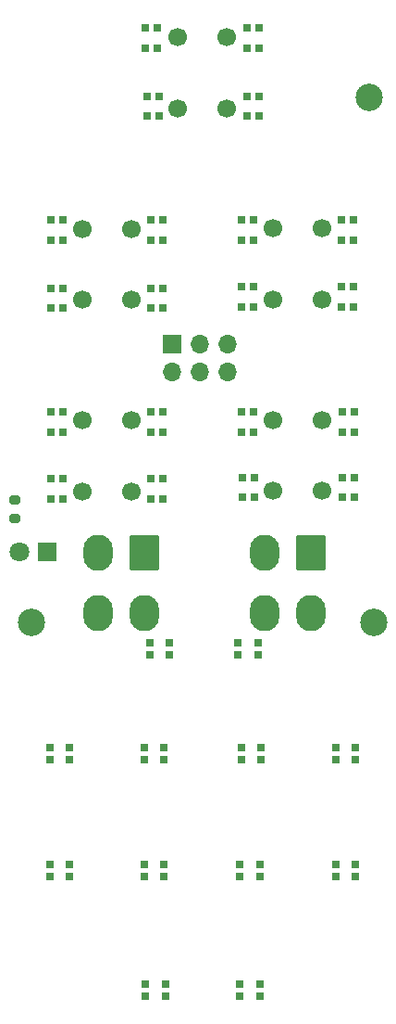
<source format=gbr>
%TF.GenerationSoftware,KiCad,Pcbnew,(6.0.9)*%
%TF.CreationDate,2023-01-27T20:48:09-09:00*%
%TF.ProjectId,JETT STATION SELECT,4a455454-2053-4544-9154-494f4e205345,rev?*%
%TF.SameCoordinates,Original*%
%TF.FileFunction,Soldermask,Top*%
%TF.FilePolarity,Negative*%
%FSLAX46Y46*%
G04 Gerber Fmt 4.6, Leading zero omitted, Abs format (unit mm)*
G04 Created by KiCad (PCBNEW (6.0.9)) date 2023-01-27 20:48:09*
%MOMM*%
%LPD*%
G01*
G04 APERTURE LIST*
G04 Aperture macros list*
%AMRoundRect*
0 Rectangle with rounded corners*
0 $1 Rounding radius*
0 $2 $3 $4 $5 $6 $7 $8 $9 X,Y pos of 4 corners*
0 Add a 4 corners polygon primitive as box body*
4,1,4,$2,$3,$4,$5,$6,$7,$8,$9,$2,$3,0*
0 Add four circle primitives for the rounded corners*
1,1,$1+$1,$2,$3*
1,1,$1+$1,$4,$5*
1,1,$1+$1,$6,$7*
1,1,$1+$1,$8,$9*
0 Add four rect primitives between the rounded corners*
20,1,$1+$1,$2,$3,$4,$5,0*
20,1,$1+$1,$4,$5,$6,$7,0*
20,1,$1+$1,$6,$7,$8,$9,0*
20,1,$1+$1,$8,$9,$2,$3,0*%
G04 Aperture macros list end*
%ADD10RoundRect,0.250001X1.099999X1.399999X-1.099999X1.399999X-1.099999X-1.399999X1.099999X-1.399999X0*%
%ADD11O,2.700000X3.300000*%
%ADD12R,1.800000X1.800000*%
%ADD13C,1.800000*%
%ADD14RoundRect,0.200000X0.275000X-0.200000X0.275000X0.200000X-0.275000X0.200000X-0.275000X-0.200000X0*%
%ADD15R,0.700000X0.700000*%
%ADD16C,1.700000*%
%ADD17O,1.700000X1.700000*%
%ADD18R,1.700000X1.700000*%
%ADD19C,2.500000*%
G04 APERTURE END LIST*
D10*
%TO.C,J2*%
X145113375Y-103346249D03*
D11*
X140913375Y-103346249D03*
X145113375Y-108846249D03*
X140913375Y-108846249D03*
%TD*%
D10*
%TO.C,J1*%
X160353375Y-103346249D03*
D11*
X156153375Y-103346249D03*
X160353375Y-108846249D03*
X156153375Y-108846249D03*
%TD*%
D12*
%TO.C,D1*%
X136223375Y-103282749D03*
D13*
X133683375Y-103282749D03*
%TD*%
D14*
%TO.C,R1*%
X133238875Y-100170749D03*
X133238875Y-98520749D03*
%TD*%
D15*
%TO.C,D33*%
X145595375Y-111559249D03*
X145595375Y-112659249D03*
X147425375Y-112659249D03*
X147425375Y-111559249D03*
%TD*%
%TO.C,D32*%
X145214375Y-142674249D03*
X145214375Y-143774249D03*
X147044375Y-143774249D03*
X147044375Y-142674249D03*
%TD*%
%TO.C,D31*%
X153850375Y-142674249D03*
X153850375Y-143774249D03*
X155680375Y-143774249D03*
X155680375Y-142674249D03*
%TD*%
%TO.C,D30*%
X164443375Y-132852249D03*
X164443375Y-131752249D03*
X162613375Y-131752249D03*
X162613375Y-132852249D03*
%TD*%
%TO.C,D29*%
X155680375Y-132852249D03*
X155680375Y-131752249D03*
X153850375Y-131752249D03*
X153850375Y-132852249D03*
%TD*%
%TO.C,D28*%
X146917375Y-132852249D03*
X146917375Y-131752249D03*
X145087375Y-131752249D03*
X145087375Y-132852249D03*
%TD*%
%TO.C,D27*%
X138281375Y-132852249D03*
X138281375Y-131752249D03*
X136451375Y-131752249D03*
X136451375Y-132852249D03*
%TD*%
%TO.C,D26*%
X136451375Y-121084249D03*
X136451375Y-122184249D03*
X138281375Y-122184249D03*
X138281375Y-121084249D03*
%TD*%
%TO.C,D25*%
X145087375Y-121084249D03*
X145087375Y-122184249D03*
X146917375Y-122184249D03*
X146917375Y-121084249D03*
%TD*%
%TO.C,D24*%
X153977375Y-121084249D03*
X153977375Y-122184249D03*
X155807375Y-122184249D03*
X155807375Y-121084249D03*
%TD*%
%TO.C,D23*%
X162613375Y-121084249D03*
X162613375Y-122184249D03*
X164443375Y-122184249D03*
X164443375Y-121084249D03*
%TD*%
%TO.C,D22*%
X155483375Y-112626249D03*
X155483375Y-111526249D03*
X153653375Y-111526249D03*
X153653375Y-112626249D03*
%TD*%
%TO.C,D21*%
X146806375Y-90493249D03*
X145706375Y-90493249D03*
X145706375Y-92323249D03*
X146806375Y-92323249D03*
%TD*%
%TO.C,D20*%
X146806375Y-96589249D03*
X145706375Y-96589249D03*
X145706375Y-98419249D03*
X146806375Y-98419249D03*
%TD*%
%TO.C,D19*%
X136562375Y-98419249D03*
X137662375Y-98419249D03*
X137662375Y-96589249D03*
X136562375Y-96589249D03*
%TD*%
%TO.C,D18*%
X136562375Y-92323249D03*
X137662375Y-92323249D03*
X137662375Y-90493249D03*
X136562375Y-90493249D03*
%TD*%
%TO.C,D17*%
X137662375Y-72967249D03*
X136562375Y-72967249D03*
X136562375Y-74797249D03*
X137662375Y-74797249D03*
%TD*%
%TO.C,D16*%
X137662375Y-79190249D03*
X136562375Y-79190249D03*
X136562375Y-81020249D03*
X137662375Y-81020249D03*
%TD*%
%TO.C,D15*%
X145706375Y-81020249D03*
X146806375Y-81020249D03*
X146806375Y-79190249D03*
X145706375Y-79190249D03*
%TD*%
%TO.C,D14*%
X145706375Y-74797249D03*
X146806375Y-74797249D03*
X146806375Y-72967249D03*
X145706375Y-72967249D03*
%TD*%
%TO.C,D13*%
X145325375Y-63494249D03*
X146425375Y-63494249D03*
X146425375Y-61664249D03*
X145325375Y-61664249D03*
%TD*%
%TO.C,D12*%
X145198375Y-57271249D03*
X146298375Y-57271249D03*
X146298375Y-55441249D03*
X145198375Y-55441249D03*
%TD*%
%TO.C,D11*%
X155569375Y-55441249D03*
X154469375Y-55441249D03*
X154469375Y-57271249D03*
X155569375Y-57271249D03*
%TD*%
%TO.C,D10*%
X155569375Y-61664249D03*
X154469375Y-61664249D03*
X154469375Y-63494249D03*
X155569375Y-63494249D03*
%TD*%
%TO.C,D9*%
X153961375Y-80893249D03*
X155061375Y-80893249D03*
X155061375Y-79063249D03*
X153961375Y-79063249D03*
%TD*%
%TO.C,D8*%
X153961375Y-74797249D03*
X155061375Y-74797249D03*
X155061375Y-72967249D03*
X153961375Y-72967249D03*
%TD*%
%TO.C,D7*%
X164205375Y-72967249D03*
X163105375Y-72967249D03*
X163105375Y-74797249D03*
X164205375Y-74797249D03*
%TD*%
%TO.C,D6*%
X164205375Y-79063249D03*
X163105375Y-79063249D03*
X163105375Y-80893249D03*
X164205375Y-80893249D03*
%TD*%
%TO.C,D5*%
X163232375Y-98292249D03*
X164332375Y-98292249D03*
X164332375Y-96462249D03*
X163232375Y-96462249D03*
%TD*%
%TO.C,D4*%
X163232375Y-92323249D03*
X164332375Y-92323249D03*
X164332375Y-90493249D03*
X163232375Y-90493249D03*
%TD*%
%TO.C,D3*%
X155061375Y-90493249D03*
X153961375Y-90493249D03*
X153961375Y-92323249D03*
X155061375Y-92323249D03*
%TD*%
%TO.C,D2*%
X155188375Y-96462249D03*
X154088375Y-96462249D03*
X154088375Y-98292249D03*
X155188375Y-98292249D03*
%TD*%
D16*
%TO.C,SW5*%
X156876750Y-97694749D03*
X156876750Y-91194749D03*
X161376750Y-97694749D03*
X161376750Y-91194749D03*
%TD*%
%TO.C,SW4*%
X143922750Y-91217749D03*
X143922750Y-97717749D03*
X139422750Y-91217749D03*
X139422750Y-97717749D03*
%TD*%
%TO.C,SW3*%
X156876750Y-80232250D03*
X156876750Y-73732250D03*
X161376750Y-80232250D03*
X161376750Y-73732250D03*
%TD*%
%TO.C,SW2*%
X143922750Y-73755250D03*
X143922750Y-80255250D03*
X139422750Y-73755250D03*
X139422750Y-80255250D03*
%TD*%
%TO.C,SW1*%
X148145500Y-62769749D03*
X148145500Y-56269749D03*
X152645500Y-62769749D03*
X152645500Y-56269749D03*
%TD*%
D17*
%TO.C,J3*%
X152733375Y-86836249D03*
X152733375Y-84296249D03*
X150193375Y-86836249D03*
X150193375Y-84296249D03*
X147653375Y-86836249D03*
D18*
X147653375Y-84296249D03*
%TD*%
D19*
%TO.C,H3*%
X166068375Y-109696249D03*
%TD*%
%TO.C,H2*%
X134794625Y-109696249D03*
%TD*%
%TO.C,H1*%
X165671500Y-61753750D03*
%TD*%
M02*

</source>
